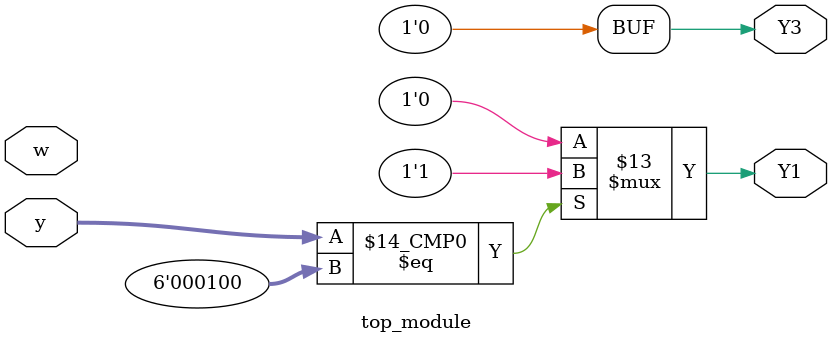
<source format=sv>
module top_module (
	input [5:0] y,
	input w,
	output reg Y1,
	output reg Y3
);

	always @(y) begin
		case(y)
			6'b000001: begin
				Y1 = 1'b0;
				Y3 = 1'b0;
			end
			6'b000010: begin
				Y1 = 1'b0;
				Y3 = 1'b0;
			end
			6'b000100: begin
				Y1 = 1'b1;
				Y3 = 1'b0;
			end
			6'b001000: begin
				Y1 = 1'b0;
				Y3 = 1'b0;
			end
			6'b010000: begin
				Y1 = 1'b0;
				Y3 = 1'b0;
			end
			6'b100000: begin
				Y1 = 1'b0;
				Y3 = 1'b0;
			end
			default: begin
				Y1 = 1'b0;
				Y3 = 1'b0;
			end
		endcase
	end
	
endmodule

</source>
